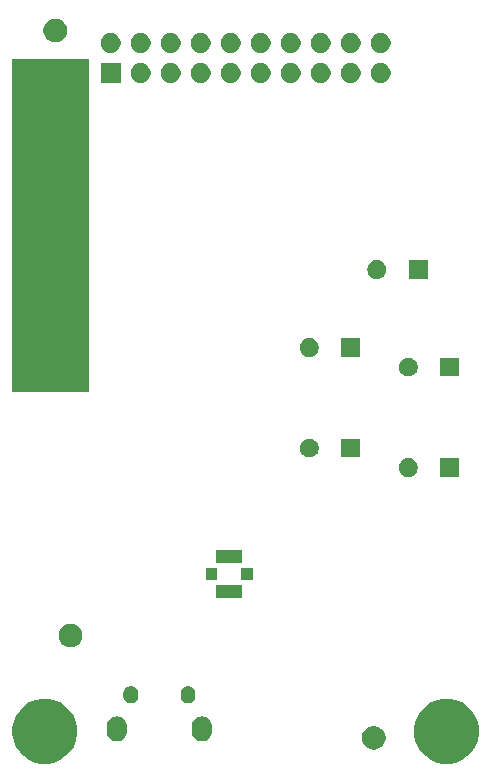
<source format=gbs>
G04 #@! TF.GenerationSoftware,KiCad,Pcbnew,(5.1.5)-3*
G04 #@! TF.CreationDate,2020-06-30T19:55:35+10:00*
G04 #@! TF.ProjectId,cicada-2g,63696361-6461-42d3-9267-2e6b69636164,0.1*
G04 #@! TF.SameCoordinates,PX7cee6c0PY3dfd240*
G04 #@! TF.FileFunction,Soldermask,Bot*
G04 #@! TF.FilePolarity,Negative*
%FSLAX46Y46*%
G04 Gerber Fmt 4.6, Leading zero omitted, Abs format (unit mm)*
G04 Created by KiCad (PCBNEW (5.1.5)-3) date 2020-06-30 19:55:35*
%MOMM*%
%LPD*%
G04 APERTURE LIST*
%ADD10C,0.100000*%
G04 APERTURE END LIST*
D10*
G36*
X17802144Y-54355680D02*
G01*
X18302612Y-54562981D01*
X18753022Y-54863935D01*
X19136065Y-55246978D01*
X19437019Y-55697388D01*
X19644320Y-56197856D01*
X19750000Y-56729147D01*
X19750000Y-57270853D01*
X19644320Y-57802144D01*
X19437019Y-58302612D01*
X19136065Y-58753022D01*
X18753022Y-59136065D01*
X18302612Y-59437019D01*
X17802144Y-59644320D01*
X17270853Y-59750000D01*
X16729147Y-59750000D01*
X16197856Y-59644320D01*
X15697388Y-59437019D01*
X15246978Y-59136065D01*
X14863935Y-58753022D01*
X14562981Y-58302612D01*
X14355680Y-57802144D01*
X14250000Y-57270853D01*
X14250000Y-56729147D01*
X14355680Y-56197856D01*
X14562981Y-55697388D01*
X14863935Y-55246978D01*
X15246978Y-54863935D01*
X15697388Y-54562981D01*
X16197856Y-54355680D01*
X16729147Y-54250000D01*
X17270853Y-54250000D01*
X17802144Y-54355680D01*
G37*
G36*
X-16197856Y-54355680D02*
G01*
X-15697388Y-54562981D01*
X-15246978Y-54863935D01*
X-14863935Y-55246978D01*
X-14562981Y-55697388D01*
X-14355680Y-56197856D01*
X-14250000Y-56729147D01*
X-14250000Y-57270853D01*
X-14355680Y-57802144D01*
X-14562981Y-58302612D01*
X-14863935Y-58753022D01*
X-15246978Y-59136065D01*
X-15697388Y-59437019D01*
X-16197856Y-59644320D01*
X-16729147Y-59750000D01*
X-17270853Y-59750000D01*
X-17802144Y-59644320D01*
X-18302612Y-59437019D01*
X-18753022Y-59136065D01*
X-19136065Y-58753022D01*
X-19437019Y-58302612D01*
X-19644320Y-57802144D01*
X-19750000Y-57270853D01*
X-19750000Y-56729147D01*
X-19644320Y-56197856D01*
X-19437019Y-55697388D01*
X-19136065Y-55246978D01*
X-18753022Y-54863935D01*
X-18302612Y-54562981D01*
X-17802144Y-54355680D01*
X-17270853Y-54250000D01*
X-16729147Y-54250000D01*
X-16197856Y-54355680D01*
G37*
G36*
X11077290Y-56585619D02*
G01*
X11141689Y-56598429D01*
X11323678Y-56673811D01*
X11487463Y-56783249D01*
X11626751Y-56922537D01*
X11736189Y-57086322D01*
X11811571Y-57268311D01*
X11821747Y-57319469D01*
X11850000Y-57461507D01*
X11850000Y-57658493D01*
X11824381Y-57787290D01*
X11811571Y-57851689D01*
X11736189Y-58033678D01*
X11626751Y-58197463D01*
X11487463Y-58336751D01*
X11323678Y-58446189D01*
X11141689Y-58521571D01*
X11077290Y-58534381D01*
X10948493Y-58560000D01*
X10751507Y-58560000D01*
X10622710Y-58534381D01*
X10558311Y-58521571D01*
X10376322Y-58446189D01*
X10212537Y-58336751D01*
X10073249Y-58197463D01*
X9963811Y-58033678D01*
X9888429Y-57851689D01*
X9875619Y-57787290D01*
X9850000Y-57658493D01*
X9850000Y-57461507D01*
X9878253Y-57319469D01*
X9888429Y-57268311D01*
X9963811Y-57086322D01*
X10073249Y-56922537D01*
X10212537Y-56783249D01*
X10376322Y-56673811D01*
X10558311Y-56598429D01*
X10622710Y-56585619D01*
X10751507Y-56560000D01*
X10948493Y-56560000D01*
X11077290Y-56585619D01*
G37*
G36*
X-3531020Y-55762473D02*
G01*
X-3368532Y-55811763D01*
X-3368529Y-55811764D01*
X-3218782Y-55891805D01*
X-3087525Y-55999525D01*
X-2979805Y-56130782D01*
X-2899764Y-56280529D01*
X-2850473Y-56443020D01*
X-2838951Y-56560000D01*
X-2838000Y-56569661D01*
X-2838000Y-57030338D01*
X-2850473Y-57156981D01*
X-2884245Y-57268312D01*
X-2899764Y-57319472D01*
X-2979805Y-57469218D01*
X-3087525Y-57600475D01*
X-3218782Y-57708195D01*
X-3368529Y-57788236D01*
X-3368531Y-57788237D01*
X-3531019Y-57837527D01*
X-3700000Y-57854170D01*
X-3868980Y-57837527D01*
X-4031468Y-57788237D01*
X-4031470Y-57788236D01*
X-4181217Y-57708195D01*
X-4312474Y-57600475D01*
X-4420195Y-57469217D01*
X-4500236Y-57319471D01*
X-4515755Y-57268311D01*
X-4549527Y-57156981D01*
X-4562000Y-57030339D01*
X-4562000Y-56569662D01*
X-4561048Y-56560000D01*
X-4549527Y-56443021D01*
X-4549526Y-56443019D01*
X-4500237Y-56280532D01*
X-4500236Y-56280529D01*
X-4420195Y-56130782D01*
X-4312475Y-55999525D01*
X-4181218Y-55891805D01*
X-4031471Y-55811764D01*
X-4031469Y-55811763D01*
X-3868981Y-55762473D01*
X-3700000Y-55745830D01*
X-3531020Y-55762473D01*
G37*
G36*
X-10731020Y-55762473D02*
G01*
X-10568532Y-55811763D01*
X-10568529Y-55811764D01*
X-10418782Y-55891805D01*
X-10287525Y-55999525D01*
X-10179805Y-56130782D01*
X-10099764Y-56280529D01*
X-10050473Y-56443020D01*
X-10038951Y-56560000D01*
X-10038000Y-56569661D01*
X-10038000Y-57030338D01*
X-10050473Y-57156981D01*
X-10084245Y-57268312D01*
X-10099764Y-57319472D01*
X-10179805Y-57469218D01*
X-10287525Y-57600475D01*
X-10418782Y-57708195D01*
X-10568529Y-57788236D01*
X-10568531Y-57788237D01*
X-10731019Y-57837527D01*
X-10900000Y-57854170D01*
X-11068980Y-57837527D01*
X-11231468Y-57788237D01*
X-11231470Y-57788236D01*
X-11381217Y-57708195D01*
X-11512474Y-57600475D01*
X-11620195Y-57469217D01*
X-11700236Y-57319471D01*
X-11715755Y-57268311D01*
X-11749527Y-57156981D01*
X-11762000Y-57030339D01*
X-11762000Y-56569662D01*
X-11761048Y-56560000D01*
X-11749527Y-56443021D01*
X-11749526Y-56443019D01*
X-11700237Y-56280532D01*
X-11700236Y-56280529D01*
X-11620195Y-56130782D01*
X-11512475Y-55999525D01*
X-11381218Y-55891805D01*
X-11231471Y-55811764D01*
X-11231469Y-55811763D01*
X-11068981Y-55762473D01*
X-10900000Y-55745830D01*
X-10731020Y-55762473D01*
G37*
G36*
X-4752480Y-53184043D02*
G01*
X-4634667Y-53219781D01*
X-4526090Y-53277817D01*
X-4430920Y-53355920D01*
X-4352817Y-53451089D01*
X-4294781Y-53559666D01*
X-4259043Y-53677479D01*
X-4250000Y-53769296D01*
X-4250000Y-54030703D01*
X-4259043Y-54122520D01*
X-4294781Y-54240333D01*
X-4352817Y-54348911D01*
X-4430920Y-54444080D01*
X-4526089Y-54522183D01*
X-4634666Y-54580219D01*
X-4752479Y-54615957D01*
X-4875000Y-54628024D01*
X-4997520Y-54615957D01*
X-5115333Y-54580219D01*
X-5223910Y-54522183D01*
X-5319079Y-54444080D01*
X-5397182Y-54348911D01*
X-5455219Y-54240334D01*
X-5490957Y-54122521D01*
X-5500000Y-54030704D01*
X-5500000Y-53769297D01*
X-5490957Y-53677480D01*
X-5455219Y-53559667D01*
X-5397183Y-53451090D01*
X-5319080Y-53355920D01*
X-5223911Y-53277817D01*
X-5115334Y-53219781D01*
X-4997521Y-53184043D01*
X-4875000Y-53171976D01*
X-4752480Y-53184043D01*
G37*
G36*
X-9602480Y-53184043D02*
G01*
X-9484667Y-53219781D01*
X-9376090Y-53277817D01*
X-9280920Y-53355920D01*
X-9202817Y-53451089D01*
X-9144781Y-53559666D01*
X-9109043Y-53677479D01*
X-9100000Y-53769296D01*
X-9100000Y-54030703D01*
X-9109043Y-54122520D01*
X-9144781Y-54240333D01*
X-9202817Y-54348911D01*
X-9280920Y-54444080D01*
X-9376089Y-54522183D01*
X-9484666Y-54580219D01*
X-9602479Y-54615957D01*
X-9725000Y-54628024D01*
X-9847520Y-54615957D01*
X-9965333Y-54580219D01*
X-10073910Y-54522183D01*
X-10169079Y-54444080D01*
X-10247182Y-54348911D01*
X-10305219Y-54240334D01*
X-10340957Y-54122521D01*
X-10350000Y-54030704D01*
X-10350000Y-53769297D01*
X-10340957Y-53677480D01*
X-10305219Y-53559667D01*
X-10247183Y-53451090D01*
X-10169080Y-53355920D01*
X-10073911Y-53277817D01*
X-9965334Y-53219781D01*
X-9847521Y-53184043D01*
X-9725000Y-53171976D01*
X-9602480Y-53184043D01*
G37*
G36*
X-14592710Y-47905619D02*
G01*
X-14528311Y-47918429D01*
X-14346322Y-47993811D01*
X-14182537Y-48103249D01*
X-14043249Y-48242537D01*
X-13933811Y-48406322D01*
X-13858429Y-48588311D01*
X-13820000Y-48781509D01*
X-13820000Y-48978491D01*
X-13858429Y-49171689D01*
X-13933811Y-49353678D01*
X-14043249Y-49517463D01*
X-14182537Y-49656751D01*
X-14346322Y-49766189D01*
X-14528311Y-49841571D01*
X-14592710Y-49854381D01*
X-14721507Y-49880000D01*
X-14918493Y-49880000D01*
X-15047290Y-49854381D01*
X-15111689Y-49841571D01*
X-15293678Y-49766189D01*
X-15457463Y-49656751D01*
X-15596751Y-49517463D01*
X-15706189Y-49353678D01*
X-15781571Y-49171689D01*
X-15820000Y-48978491D01*
X-15820000Y-48781509D01*
X-15781571Y-48588311D01*
X-15706189Y-48406322D01*
X-15596751Y-48242537D01*
X-15457463Y-48103249D01*
X-15293678Y-47993811D01*
X-15111689Y-47918429D01*
X-15047290Y-47905619D01*
X-14918493Y-47880000D01*
X-14721507Y-47880000D01*
X-14592710Y-47905619D01*
G37*
G36*
X-290000Y-45690000D02*
G01*
X-2490000Y-45690000D01*
X-2490000Y-44640000D01*
X-290000Y-44640000D01*
X-290000Y-45690000D01*
G37*
G36*
X-2390000Y-44190000D02*
G01*
X-3390000Y-44190000D01*
X-3390000Y-43190000D01*
X-2390000Y-43190000D01*
X-2390000Y-44190000D01*
G37*
G36*
X610000Y-44190000D02*
G01*
X-390000Y-44190000D01*
X-390000Y-43190000D01*
X610000Y-43190000D01*
X610000Y-44190000D01*
G37*
G36*
X-290000Y-42740000D02*
G01*
X-2490000Y-42740000D01*
X-2490000Y-41690000D01*
X-290000Y-41690000D01*
X-290000Y-42740000D01*
G37*
G36*
X14005351Y-33901743D02*
G01*
X14150941Y-33962048D01*
X14281970Y-34049599D01*
X14393401Y-34161030D01*
X14480952Y-34292059D01*
X14541257Y-34437649D01*
X14572000Y-34592206D01*
X14572000Y-34749794D01*
X14541257Y-34904351D01*
X14480952Y-35049941D01*
X14393401Y-35180970D01*
X14281970Y-35292401D01*
X14150941Y-35379952D01*
X14005351Y-35440257D01*
X13850794Y-35471000D01*
X13693206Y-35471000D01*
X13538649Y-35440257D01*
X13393059Y-35379952D01*
X13262030Y-35292401D01*
X13150599Y-35180970D01*
X13063048Y-35049941D01*
X13002743Y-34904351D01*
X12972000Y-34749794D01*
X12972000Y-34592206D01*
X13002743Y-34437649D01*
X13063048Y-34292059D01*
X13150599Y-34161030D01*
X13262030Y-34049599D01*
X13393059Y-33962048D01*
X13538649Y-33901743D01*
X13693206Y-33871000D01*
X13850794Y-33871000D01*
X14005351Y-33901743D01*
G37*
G36*
X18072000Y-35471000D02*
G01*
X16472000Y-35471000D01*
X16472000Y-33871000D01*
X18072000Y-33871000D01*
X18072000Y-35471000D01*
G37*
G36*
X5623351Y-32250743D02*
G01*
X5768941Y-32311048D01*
X5899970Y-32398599D01*
X6011401Y-32510030D01*
X6098952Y-32641059D01*
X6159257Y-32786649D01*
X6190000Y-32941206D01*
X6190000Y-33098794D01*
X6159257Y-33253351D01*
X6098952Y-33398941D01*
X6011401Y-33529970D01*
X5899970Y-33641401D01*
X5768941Y-33728952D01*
X5623351Y-33789257D01*
X5468794Y-33820000D01*
X5311206Y-33820000D01*
X5156649Y-33789257D01*
X5011059Y-33728952D01*
X4880030Y-33641401D01*
X4768599Y-33529970D01*
X4681048Y-33398941D01*
X4620743Y-33253351D01*
X4590000Y-33098794D01*
X4590000Y-32941206D01*
X4620743Y-32786649D01*
X4681048Y-32641059D01*
X4768599Y-32510030D01*
X4880030Y-32398599D01*
X5011059Y-32311048D01*
X5156649Y-32250743D01*
X5311206Y-32220000D01*
X5468794Y-32220000D01*
X5623351Y-32250743D01*
G37*
G36*
X9690000Y-33820000D02*
G01*
X8090000Y-33820000D01*
X8090000Y-32220000D01*
X9690000Y-32220000D01*
X9690000Y-33820000D01*
G37*
G36*
X-13250000Y-28240000D02*
G01*
X-19750000Y-28240000D01*
X-19750000Y-40000D01*
X-13250000Y-40000D01*
X-13250000Y-28240000D01*
G37*
G36*
X18072000Y-26962000D02*
G01*
X16472000Y-26962000D01*
X16472000Y-25362000D01*
X18072000Y-25362000D01*
X18072000Y-26962000D01*
G37*
G36*
X14005351Y-25392743D02*
G01*
X14150941Y-25453048D01*
X14281970Y-25540599D01*
X14393401Y-25652030D01*
X14480952Y-25783059D01*
X14541257Y-25928649D01*
X14572000Y-26083206D01*
X14572000Y-26240794D01*
X14541257Y-26395351D01*
X14480952Y-26540941D01*
X14393401Y-26671970D01*
X14281970Y-26783401D01*
X14150941Y-26870952D01*
X14005351Y-26931257D01*
X13850794Y-26962000D01*
X13693206Y-26962000D01*
X13538649Y-26931257D01*
X13393059Y-26870952D01*
X13262030Y-26783401D01*
X13150599Y-26671970D01*
X13063048Y-26540941D01*
X13002743Y-26395351D01*
X12972000Y-26240794D01*
X12972000Y-26083206D01*
X13002743Y-25928649D01*
X13063048Y-25783059D01*
X13150599Y-25652030D01*
X13262030Y-25540599D01*
X13393059Y-25453048D01*
X13538649Y-25392743D01*
X13693206Y-25362000D01*
X13850794Y-25362000D01*
X14005351Y-25392743D01*
G37*
G36*
X9690000Y-25311000D02*
G01*
X8090000Y-25311000D01*
X8090000Y-23711000D01*
X9690000Y-23711000D01*
X9690000Y-25311000D01*
G37*
G36*
X5623351Y-23741743D02*
G01*
X5768941Y-23802048D01*
X5899970Y-23889599D01*
X6011401Y-24001030D01*
X6098952Y-24132059D01*
X6159257Y-24277649D01*
X6190000Y-24432206D01*
X6190000Y-24589794D01*
X6159257Y-24744351D01*
X6098952Y-24889941D01*
X6011401Y-25020970D01*
X5899970Y-25132401D01*
X5768941Y-25219952D01*
X5623351Y-25280257D01*
X5468794Y-25311000D01*
X5311206Y-25311000D01*
X5156649Y-25280257D01*
X5011059Y-25219952D01*
X4880030Y-25132401D01*
X4768599Y-25020970D01*
X4681048Y-24889941D01*
X4620743Y-24744351D01*
X4590000Y-24589794D01*
X4590000Y-24432206D01*
X4620743Y-24277649D01*
X4681048Y-24132059D01*
X4768599Y-24001030D01*
X4880030Y-23889599D01*
X5011059Y-23802048D01*
X5156649Y-23741743D01*
X5311206Y-23711000D01*
X5468794Y-23711000D01*
X5623351Y-23741743D01*
G37*
G36*
X11338351Y-17137743D02*
G01*
X11483941Y-17198048D01*
X11614970Y-17285599D01*
X11726401Y-17397030D01*
X11813952Y-17528059D01*
X11874257Y-17673649D01*
X11905000Y-17828206D01*
X11905000Y-17985794D01*
X11874257Y-18140351D01*
X11813952Y-18285941D01*
X11726401Y-18416970D01*
X11614970Y-18528401D01*
X11483941Y-18615952D01*
X11338351Y-18676257D01*
X11183794Y-18707000D01*
X11026206Y-18707000D01*
X10871649Y-18676257D01*
X10726059Y-18615952D01*
X10595030Y-18528401D01*
X10483599Y-18416970D01*
X10396048Y-18285941D01*
X10335743Y-18140351D01*
X10305000Y-17985794D01*
X10305000Y-17828206D01*
X10335743Y-17673649D01*
X10396048Y-17528059D01*
X10483599Y-17397030D01*
X10595030Y-17285599D01*
X10726059Y-17198048D01*
X10871649Y-17137743D01*
X11026206Y-17107000D01*
X11183794Y-17107000D01*
X11338351Y-17137743D01*
G37*
G36*
X15405000Y-18707000D02*
G01*
X13805000Y-18707000D01*
X13805000Y-17107000D01*
X15405000Y-17107000D01*
X15405000Y-18707000D01*
G37*
G36*
X1517935Y-452664D02*
G01*
X1672624Y-516739D01*
X1672626Y-516740D01*
X1811844Y-609762D01*
X1930238Y-728156D01*
X2023260Y-867374D01*
X2023261Y-867376D01*
X2087336Y-1022065D01*
X2120000Y-1186281D01*
X2120000Y-1353719D01*
X2087336Y-1517935D01*
X2023261Y-1672624D01*
X2023260Y-1672626D01*
X1930238Y-1811844D01*
X1811844Y-1930238D01*
X1672626Y-2023260D01*
X1672625Y-2023261D01*
X1672624Y-2023261D01*
X1517935Y-2087336D01*
X1353719Y-2120000D01*
X1186281Y-2120000D01*
X1022065Y-2087336D01*
X867376Y-2023261D01*
X867375Y-2023261D01*
X867374Y-2023260D01*
X728156Y-1930238D01*
X609762Y-1811844D01*
X516740Y-1672626D01*
X516739Y-1672624D01*
X452664Y-1517935D01*
X420000Y-1353719D01*
X420000Y-1186281D01*
X452664Y-1022065D01*
X516739Y-867376D01*
X516740Y-867374D01*
X609762Y-728156D01*
X728156Y-609762D01*
X867374Y-516740D01*
X867376Y-516739D01*
X1022065Y-452664D01*
X1186281Y-420000D01*
X1353719Y-420000D01*
X1517935Y-452664D01*
G37*
G36*
X11677935Y-452664D02*
G01*
X11832624Y-516739D01*
X11832626Y-516740D01*
X11971844Y-609762D01*
X12090238Y-728156D01*
X12183260Y-867374D01*
X12183261Y-867376D01*
X12247336Y-1022065D01*
X12280000Y-1186281D01*
X12280000Y-1353719D01*
X12247336Y-1517935D01*
X12183261Y-1672624D01*
X12183260Y-1672626D01*
X12090238Y-1811844D01*
X11971844Y-1930238D01*
X11832626Y-2023260D01*
X11832625Y-2023261D01*
X11832624Y-2023261D01*
X11677935Y-2087336D01*
X11513719Y-2120000D01*
X11346281Y-2120000D01*
X11182065Y-2087336D01*
X11027376Y-2023261D01*
X11027375Y-2023261D01*
X11027374Y-2023260D01*
X10888156Y-1930238D01*
X10769762Y-1811844D01*
X10676740Y-1672626D01*
X10676739Y-1672624D01*
X10612664Y-1517935D01*
X10580000Y-1353719D01*
X10580000Y-1186281D01*
X10612664Y-1022065D01*
X10676739Y-867376D01*
X10676740Y-867374D01*
X10769762Y-728156D01*
X10888156Y-609762D01*
X11027374Y-516740D01*
X11027376Y-516739D01*
X11182065Y-452664D01*
X11346281Y-420000D01*
X11513719Y-420000D01*
X11677935Y-452664D01*
G37*
G36*
X9137935Y-452664D02*
G01*
X9292624Y-516739D01*
X9292626Y-516740D01*
X9431844Y-609762D01*
X9550238Y-728156D01*
X9643260Y-867374D01*
X9643261Y-867376D01*
X9707336Y-1022065D01*
X9740000Y-1186281D01*
X9740000Y-1353719D01*
X9707336Y-1517935D01*
X9643261Y-1672624D01*
X9643260Y-1672626D01*
X9550238Y-1811844D01*
X9431844Y-1930238D01*
X9292626Y-2023260D01*
X9292625Y-2023261D01*
X9292624Y-2023261D01*
X9137935Y-2087336D01*
X8973719Y-2120000D01*
X8806281Y-2120000D01*
X8642065Y-2087336D01*
X8487376Y-2023261D01*
X8487375Y-2023261D01*
X8487374Y-2023260D01*
X8348156Y-1930238D01*
X8229762Y-1811844D01*
X8136740Y-1672626D01*
X8136739Y-1672624D01*
X8072664Y-1517935D01*
X8040000Y-1353719D01*
X8040000Y-1186281D01*
X8072664Y-1022065D01*
X8136739Y-867376D01*
X8136740Y-867374D01*
X8229762Y-728156D01*
X8348156Y-609762D01*
X8487374Y-516740D01*
X8487376Y-516739D01*
X8642065Y-452664D01*
X8806281Y-420000D01*
X8973719Y-420000D01*
X9137935Y-452664D01*
G37*
G36*
X6597935Y-452664D02*
G01*
X6752624Y-516739D01*
X6752626Y-516740D01*
X6891844Y-609762D01*
X7010238Y-728156D01*
X7103260Y-867374D01*
X7103261Y-867376D01*
X7167336Y-1022065D01*
X7200000Y-1186281D01*
X7200000Y-1353719D01*
X7167336Y-1517935D01*
X7103261Y-1672624D01*
X7103260Y-1672626D01*
X7010238Y-1811844D01*
X6891844Y-1930238D01*
X6752626Y-2023260D01*
X6752625Y-2023261D01*
X6752624Y-2023261D01*
X6597935Y-2087336D01*
X6433719Y-2120000D01*
X6266281Y-2120000D01*
X6102065Y-2087336D01*
X5947376Y-2023261D01*
X5947375Y-2023261D01*
X5947374Y-2023260D01*
X5808156Y-1930238D01*
X5689762Y-1811844D01*
X5596740Y-1672626D01*
X5596739Y-1672624D01*
X5532664Y-1517935D01*
X5500000Y-1353719D01*
X5500000Y-1186281D01*
X5532664Y-1022065D01*
X5596739Y-867376D01*
X5596740Y-867374D01*
X5689762Y-728156D01*
X5808156Y-609762D01*
X5947374Y-516740D01*
X5947376Y-516739D01*
X6102065Y-452664D01*
X6266281Y-420000D01*
X6433719Y-420000D01*
X6597935Y-452664D01*
G37*
G36*
X4057935Y-452664D02*
G01*
X4212624Y-516739D01*
X4212626Y-516740D01*
X4351844Y-609762D01*
X4470238Y-728156D01*
X4563260Y-867374D01*
X4563261Y-867376D01*
X4627336Y-1022065D01*
X4660000Y-1186281D01*
X4660000Y-1353719D01*
X4627336Y-1517935D01*
X4563261Y-1672624D01*
X4563260Y-1672626D01*
X4470238Y-1811844D01*
X4351844Y-1930238D01*
X4212626Y-2023260D01*
X4212625Y-2023261D01*
X4212624Y-2023261D01*
X4057935Y-2087336D01*
X3893719Y-2120000D01*
X3726281Y-2120000D01*
X3562065Y-2087336D01*
X3407376Y-2023261D01*
X3407375Y-2023261D01*
X3407374Y-2023260D01*
X3268156Y-1930238D01*
X3149762Y-1811844D01*
X3056740Y-1672626D01*
X3056739Y-1672624D01*
X2992664Y-1517935D01*
X2960000Y-1353719D01*
X2960000Y-1186281D01*
X2992664Y-1022065D01*
X3056739Y-867376D01*
X3056740Y-867374D01*
X3149762Y-728156D01*
X3268156Y-609762D01*
X3407374Y-516740D01*
X3407376Y-516739D01*
X3562065Y-452664D01*
X3726281Y-420000D01*
X3893719Y-420000D01*
X4057935Y-452664D01*
G37*
G36*
X-10580000Y-2120000D02*
G01*
X-12280000Y-2120000D01*
X-12280000Y-420000D01*
X-10580000Y-420000D01*
X-10580000Y-2120000D01*
G37*
G36*
X-8642065Y-452664D02*
G01*
X-8487376Y-516739D01*
X-8487374Y-516740D01*
X-8348156Y-609762D01*
X-8229762Y-728156D01*
X-8136740Y-867374D01*
X-8136739Y-867376D01*
X-8072664Y-1022065D01*
X-8040000Y-1186281D01*
X-8040000Y-1353719D01*
X-8072664Y-1517935D01*
X-8136739Y-1672624D01*
X-8136740Y-1672626D01*
X-8229762Y-1811844D01*
X-8348156Y-1930238D01*
X-8487374Y-2023260D01*
X-8487375Y-2023261D01*
X-8487376Y-2023261D01*
X-8642065Y-2087336D01*
X-8806281Y-2120000D01*
X-8973719Y-2120000D01*
X-9137935Y-2087336D01*
X-9292624Y-2023261D01*
X-9292625Y-2023261D01*
X-9292626Y-2023260D01*
X-9431844Y-1930238D01*
X-9550238Y-1811844D01*
X-9643260Y-1672626D01*
X-9643261Y-1672624D01*
X-9707336Y-1517935D01*
X-9740000Y-1353719D01*
X-9740000Y-1186281D01*
X-9707336Y-1022065D01*
X-9643261Y-867376D01*
X-9643260Y-867374D01*
X-9550238Y-728156D01*
X-9431844Y-609762D01*
X-9292626Y-516740D01*
X-9292624Y-516739D01*
X-9137935Y-452664D01*
X-8973719Y-420000D01*
X-8806281Y-420000D01*
X-8642065Y-452664D01*
G37*
G36*
X-6102065Y-452664D02*
G01*
X-5947376Y-516739D01*
X-5947374Y-516740D01*
X-5808156Y-609762D01*
X-5689762Y-728156D01*
X-5596740Y-867374D01*
X-5596739Y-867376D01*
X-5532664Y-1022065D01*
X-5500000Y-1186281D01*
X-5500000Y-1353719D01*
X-5532664Y-1517935D01*
X-5596739Y-1672624D01*
X-5596740Y-1672626D01*
X-5689762Y-1811844D01*
X-5808156Y-1930238D01*
X-5947374Y-2023260D01*
X-5947375Y-2023261D01*
X-5947376Y-2023261D01*
X-6102065Y-2087336D01*
X-6266281Y-2120000D01*
X-6433719Y-2120000D01*
X-6597935Y-2087336D01*
X-6752624Y-2023261D01*
X-6752625Y-2023261D01*
X-6752626Y-2023260D01*
X-6891844Y-1930238D01*
X-7010238Y-1811844D01*
X-7103260Y-1672626D01*
X-7103261Y-1672624D01*
X-7167336Y-1517935D01*
X-7200000Y-1353719D01*
X-7200000Y-1186281D01*
X-7167336Y-1022065D01*
X-7103261Y-867376D01*
X-7103260Y-867374D01*
X-7010238Y-728156D01*
X-6891844Y-609762D01*
X-6752626Y-516740D01*
X-6752624Y-516739D01*
X-6597935Y-452664D01*
X-6433719Y-420000D01*
X-6266281Y-420000D01*
X-6102065Y-452664D01*
G37*
G36*
X-3562065Y-452664D02*
G01*
X-3407376Y-516739D01*
X-3407374Y-516740D01*
X-3268156Y-609762D01*
X-3149762Y-728156D01*
X-3056740Y-867374D01*
X-3056739Y-867376D01*
X-2992664Y-1022065D01*
X-2960000Y-1186281D01*
X-2960000Y-1353719D01*
X-2992664Y-1517935D01*
X-3056739Y-1672624D01*
X-3056740Y-1672626D01*
X-3149762Y-1811844D01*
X-3268156Y-1930238D01*
X-3407374Y-2023260D01*
X-3407375Y-2023261D01*
X-3407376Y-2023261D01*
X-3562065Y-2087336D01*
X-3726281Y-2120000D01*
X-3893719Y-2120000D01*
X-4057935Y-2087336D01*
X-4212624Y-2023261D01*
X-4212625Y-2023261D01*
X-4212626Y-2023260D01*
X-4351844Y-1930238D01*
X-4470238Y-1811844D01*
X-4563260Y-1672626D01*
X-4563261Y-1672624D01*
X-4627336Y-1517935D01*
X-4660000Y-1353719D01*
X-4660000Y-1186281D01*
X-4627336Y-1022065D01*
X-4563261Y-867376D01*
X-4563260Y-867374D01*
X-4470238Y-728156D01*
X-4351844Y-609762D01*
X-4212626Y-516740D01*
X-4212624Y-516739D01*
X-4057935Y-452664D01*
X-3893719Y-420000D01*
X-3726281Y-420000D01*
X-3562065Y-452664D01*
G37*
G36*
X-1022065Y-452664D02*
G01*
X-867376Y-516739D01*
X-867374Y-516740D01*
X-728156Y-609762D01*
X-609762Y-728156D01*
X-516740Y-867374D01*
X-516739Y-867376D01*
X-452664Y-1022065D01*
X-420000Y-1186281D01*
X-420000Y-1353719D01*
X-452664Y-1517935D01*
X-516739Y-1672624D01*
X-516740Y-1672626D01*
X-609762Y-1811844D01*
X-728156Y-1930238D01*
X-867374Y-2023260D01*
X-867375Y-2023261D01*
X-867376Y-2023261D01*
X-1022065Y-2087336D01*
X-1186281Y-2120000D01*
X-1353719Y-2120000D01*
X-1517935Y-2087336D01*
X-1672624Y-2023261D01*
X-1672625Y-2023261D01*
X-1672626Y-2023260D01*
X-1811844Y-1930238D01*
X-1930238Y-1811844D01*
X-2023260Y-1672626D01*
X-2023261Y-1672624D01*
X-2087336Y-1517935D01*
X-2120000Y-1353719D01*
X-2120000Y-1186281D01*
X-2087336Y-1022065D01*
X-2023261Y-867376D01*
X-2023260Y-867374D01*
X-1930238Y-728156D01*
X-1811844Y-609762D01*
X-1672626Y-516740D01*
X-1672624Y-516739D01*
X-1517935Y-452664D01*
X-1353719Y-420000D01*
X-1186281Y-420000D01*
X-1022065Y-452664D01*
G37*
G36*
X1517935Y2087336D02*
G01*
X1660432Y2028311D01*
X1672626Y2023260D01*
X1811844Y1930238D01*
X1930238Y1811844D01*
X2023260Y1672626D01*
X2023261Y1672624D01*
X2087336Y1517935D01*
X2120000Y1353719D01*
X2120000Y1186281D01*
X2087336Y1022065D01*
X2023261Y867376D01*
X2023260Y867374D01*
X1930238Y728156D01*
X1811844Y609762D01*
X1672626Y516740D01*
X1672625Y516739D01*
X1672624Y516739D01*
X1517935Y452664D01*
X1353719Y420000D01*
X1186281Y420000D01*
X1022065Y452664D01*
X867376Y516739D01*
X867375Y516739D01*
X867374Y516740D01*
X728156Y609762D01*
X609762Y728156D01*
X516740Y867374D01*
X516739Y867376D01*
X452664Y1022065D01*
X420000Y1186281D01*
X420000Y1353719D01*
X452664Y1517935D01*
X516739Y1672624D01*
X516740Y1672626D01*
X609762Y1811844D01*
X728156Y1930238D01*
X867374Y2023260D01*
X879568Y2028311D01*
X1022065Y2087336D01*
X1186281Y2120000D01*
X1353719Y2120000D01*
X1517935Y2087336D01*
G37*
G36*
X11677935Y2087336D02*
G01*
X11820432Y2028311D01*
X11832626Y2023260D01*
X11971844Y1930238D01*
X12090238Y1811844D01*
X12183260Y1672626D01*
X12183261Y1672624D01*
X12247336Y1517935D01*
X12280000Y1353719D01*
X12280000Y1186281D01*
X12247336Y1022065D01*
X12183261Y867376D01*
X12183260Y867374D01*
X12090238Y728156D01*
X11971844Y609762D01*
X11832626Y516740D01*
X11832625Y516739D01*
X11832624Y516739D01*
X11677935Y452664D01*
X11513719Y420000D01*
X11346281Y420000D01*
X11182065Y452664D01*
X11027376Y516739D01*
X11027375Y516739D01*
X11027374Y516740D01*
X10888156Y609762D01*
X10769762Y728156D01*
X10676740Y867374D01*
X10676739Y867376D01*
X10612664Y1022065D01*
X10580000Y1186281D01*
X10580000Y1353719D01*
X10612664Y1517935D01*
X10676739Y1672624D01*
X10676740Y1672626D01*
X10769762Y1811844D01*
X10888156Y1930238D01*
X11027374Y2023260D01*
X11039568Y2028311D01*
X11182065Y2087336D01*
X11346281Y2120000D01*
X11513719Y2120000D01*
X11677935Y2087336D01*
G37*
G36*
X-11182065Y2087336D02*
G01*
X-11039568Y2028311D01*
X-11027374Y2023260D01*
X-10888156Y1930238D01*
X-10769762Y1811844D01*
X-10676740Y1672626D01*
X-10676739Y1672624D01*
X-10612664Y1517935D01*
X-10580000Y1353719D01*
X-10580000Y1186281D01*
X-10612664Y1022065D01*
X-10676739Y867376D01*
X-10676740Y867374D01*
X-10769762Y728156D01*
X-10888156Y609762D01*
X-11027374Y516740D01*
X-11027375Y516739D01*
X-11027376Y516739D01*
X-11182065Y452664D01*
X-11346281Y420000D01*
X-11513719Y420000D01*
X-11677935Y452664D01*
X-11832624Y516739D01*
X-11832625Y516739D01*
X-11832626Y516740D01*
X-11971844Y609762D01*
X-12090238Y728156D01*
X-12183260Y867374D01*
X-12183261Y867376D01*
X-12247336Y1022065D01*
X-12280000Y1186281D01*
X-12280000Y1353719D01*
X-12247336Y1517935D01*
X-12183261Y1672624D01*
X-12183260Y1672626D01*
X-12090238Y1811844D01*
X-11971844Y1930238D01*
X-11832626Y2023260D01*
X-11820432Y2028311D01*
X-11677935Y2087336D01*
X-11513719Y2120000D01*
X-11346281Y2120000D01*
X-11182065Y2087336D01*
G37*
G36*
X-8642065Y2087336D02*
G01*
X-8499568Y2028311D01*
X-8487374Y2023260D01*
X-8348156Y1930238D01*
X-8229762Y1811844D01*
X-8136740Y1672626D01*
X-8136739Y1672624D01*
X-8072664Y1517935D01*
X-8040000Y1353719D01*
X-8040000Y1186281D01*
X-8072664Y1022065D01*
X-8136739Y867376D01*
X-8136740Y867374D01*
X-8229762Y728156D01*
X-8348156Y609762D01*
X-8487374Y516740D01*
X-8487375Y516739D01*
X-8487376Y516739D01*
X-8642065Y452664D01*
X-8806281Y420000D01*
X-8973719Y420000D01*
X-9137935Y452664D01*
X-9292624Y516739D01*
X-9292625Y516739D01*
X-9292626Y516740D01*
X-9431844Y609762D01*
X-9550238Y728156D01*
X-9643260Y867374D01*
X-9643261Y867376D01*
X-9707336Y1022065D01*
X-9740000Y1186281D01*
X-9740000Y1353719D01*
X-9707336Y1517935D01*
X-9643261Y1672624D01*
X-9643260Y1672626D01*
X-9550238Y1811844D01*
X-9431844Y1930238D01*
X-9292626Y2023260D01*
X-9280432Y2028311D01*
X-9137935Y2087336D01*
X-8973719Y2120000D01*
X-8806281Y2120000D01*
X-8642065Y2087336D01*
G37*
G36*
X-6102065Y2087336D02*
G01*
X-5959568Y2028311D01*
X-5947374Y2023260D01*
X-5808156Y1930238D01*
X-5689762Y1811844D01*
X-5596740Y1672626D01*
X-5596739Y1672624D01*
X-5532664Y1517935D01*
X-5500000Y1353719D01*
X-5500000Y1186281D01*
X-5532664Y1022065D01*
X-5596739Y867376D01*
X-5596740Y867374D01*
X-5689762Y728156D01*
X-5808156Y609762D01*
X-5947374Y516740D01*
X-5947375Y516739D01*
X-5947376Y516739D01*
X-6102065Y452664D01*
X-6266281Y420000D01*
X-6433719Y420000D01*
X-6597935Y452664D01*
X-6752624Y516739D01*
X-6752625Y516739D01*
X-6752626Y516740D01*
X-6891844Y609762D01*
X-7010238Y728156D01*
X-7103260Y867374D01*
X-7103261Y867376D01*
X-7167336Y1022065D01*
X-7200000Y1186281D01*
X-7200000Y1353719D01*
X-7167336Y1517935D01*
X-7103261Y1672624D01*
X-7103260Y1672626D01*
X-7010238Y1811844D01*
X-6891844Y1930238D01*
X-6752626Y2023260D01*
X-6740432Y2028311D01*
X-6597935Y2087336D01*
X-6433719Y2120000D01*
X-6266281Y2120000D01*
X-6102065Y2087336D01*
G37*
G36*
X-3562065Y2087336D02*
G01*
X-3419568Y2028311D01*
X-3407374Y2023260D01*
X-3268156Y1930238D01*
X-3149762Y1811844D01*
X-3056740Y1672626D01*
X-3056739Y1672624D01*
X-2992664Y1517935D01*
X-2960000Y1353719D01*
X-2960000Y1186281D01*
X-2992664Y1022065D01*
X-3056739Y867376D01*
X-3056740Y867374D01*
X-3149762Y728156D01*
X-3268156Y609762D01*
X-3407374Y516740D01*
X-3407375Y516739D01*
X-3407376Y516739D01*
X-3562065Y452664D01*
X-3726281Y420000D01*
X-3893719Y420000D01*
X-4057935Y452664D01*
X-4212624Y516739D01*
X-4212625Y516739D01*
X-4212626Y516740D01*
X-4351844Y609762D01*
X-4470238Y728156D01*
X-4563260Y867374D01*
X-4563261Y867376D01*
X-4627336Y1022065D01*
X-4660000Y1186281D01*
X-4660000Y1353719D01*
X-4627336Y1517935D01*
X-4563261Y1672624D01*
X-4563260Y1672626D01*
X-4470238Y1811844D01*
X-4351844Y1930238D01*
X-4212626Y2023260D01*
X-4200432Y2028311D01*
X-4057935Y2087336D01*
X-3893719Y2120000D01*
X-3726281Y2120000D01*
X-3562065Y2087336D01*
G37*
G36*
X-1022065Y2087336D02*
G01*
X-879568Y2028311D01*
X-867374Y2023260D01*
X-728156Y1930238D01*
X-609762Y1811844D01*
X-516740Y1672626D01*
X-516739Y1672624D01*
X-452664Y1517935D01*
X-420000Y1353719D01*
X-420000Y1186281D01*
X-452664Y1022065D01*
X-516739Y867376D01*
X-516740Y867374D01*
X-609762Y728156D01*
X-728156Y609762D01*
X-867374Y516740D01*
X-867375Y516739D01*
X-867376Y516739D01*
X-1022065Y452664D01*
X-1186281Y420000D01*
X-1353719Y420000D01*
X-1517935Y452664D01*
X-1672624Y516739D01*
X-1672625Y516739D01*
X-1672626Y516740D01*
X-1811844Y609762D01*
X-1930238Y728156D01*
X-2023260Y867374D01*
X-2023261Y867376D01*
X-2087336Y1022065D01*
X-2120000Y1186281D01*
X-2120000Y1353719D01*
X-2087336Y1517935D01*
X-2023261Y1672624D01*
X-2023260Y1672626D01*
X-1930238Y1811844D01*
X-1811844Y1930238D01*
X-1672626Y2023260D01*
X-1660432Y2028311D01*
X-1517935Y2087336D01*
X-1353719Y2120000D01*
X-1186281Y2120000D01*
X-1022065Y2087336D01*
G37*
G36*
X4057935Y2087336D02*
G01*
X4200432Y2028311D01*
X4212626Y2023260D01*
X4351844Y1930238D01*
X4470238Y1811844D01*
X4563260Y1672626D01*
X4563261Y1672624D01*
X4627336Y1517935D01*
X4660000Y1353719D01*
X4660000Y1186281D01*
X4627336Y1022065D01*
X4563261Y867376D01*
X4563260Y867374D01*
X4470238Y728156D01*
X4351844Y609762D01*
X4212626Y516740D01*
X4212625Y516739D01*
X4212624Y516739D01*
X4057935Y452664D01*
X3893719Y420000D01*
X3726281Y420000D01*
X3562065Y452664D01*
X3407376Y516739D01*
X3407375Y516739D01*
X3407374Y516740D01*
X3268156Y609762D01*
X3149762Y728156D01*
X3056740Y867374D01*
X3056739Y867376D01*
X2992664Y1022065D01*
X2960000Y1186281D01*
X2960000Y1353719D01*
X2992664Y1517935D01*
X3056739Y1672624D01*
X3056740Y1672626D01*
X3149762Y1811844D01*
X3268156Y1930238D01*
X3407374Y2023260D01*
X3419568Y2028311D01*
X3562065Y2087336D01*
X3726281Y2120000D01*
X3893719Y2120000D01*
X4057935Y2087336D01*
G37*
G36*
X6597935Y2087336D02*
G01*
X6740432Y2028311D01*
X6752626Y2023260D01*
X6891844Y1930238D01*
X7010238Y1811844D01*
X7103260Y1672626D01*
X7103261Y1672624D01*
X7167336Y1517935D01*
X7200000Y1353719D01*
X7200000Y1186281D01*
X7167336Y1022065D01*
X7103261Y867376D01*
X7103260Y867374D01*
X7010238Y728156D01*
X6891844Y609762D01*
X6752626Y516740D01*
X6752625Y516739D01*
X6752624Y516739D01*
X6597935Y452664D01*
X6433719Y420000D01*
X6266281Y420000D01*
X6102065Y452664D01*
X5947376Y516739D01*
X5947375Y516739D01*
X5947374Y516740D01*
X5808156Y609762D01*
X5689762Y728156D01*
X5596740Y867374D01*
X5596739Y867376D01*
X5532664Y1022065D01*
X5500000Y1186281D01*
X5500000Y1353719D01*
X5532664Y1517935D01*
X5596739Y1672624D01*
X5596740Y1672626D01*
X5689762Y1811844D01*
X5808156Y1930238D01*
X5947374Y2023260D01*
X5959568Y2028311D01*
X6102065Y2087336D01*
X6266281Y2120000D01*
X6433719Y2120000D01*
X6597935Y2087336D01*
G37*
G36*
X9137935Y2087336D02*
G01*
X9280432Y2028311D01*
X9292626Y2023260D01*
X9431844Y1930238D01*
X9550238Y1811844D01*
X9643260Y1672626D01*
X9643261Y1672624D01*
X9707336Y1517935D01*
X9740000Y1353719D01*
X9740000Y1186281D01*
X9707336Y1022065D01*
X9643261Y867376D01*
X9643260Y867374D01*
X9550238Y728156D01*
X9431844Y609762D01*
X9292626Y516740D01*
X9292625Y516739D01*
X9292624Y516739D01*
X9137935Y452664D01*
X8973719Y420000D01*
X8806281Y420000D01*
X8642065Y452664D01*
X8487376Y516739D01*
X8487375Y516739D01*
X8487374Y516740D01*
X8348156Y609762D01*
X8229762Y728156D01*
X8136740Y867374D01*
X8136739Y867376D01*
X8072664Y1022065D01*
X8040000Y1186281D01*
X8040000Y1353719D01*
X8072664Y1517935D01*
X8136739Y1672624D01*
X8136740Y1672626D01*
X8229762Y1811844D01*
X8348156Y1930238D01*
X8487374Y2023260D01*
X8499568Y2028311D01*
X8642065Y2087336D01*
X8806281Y2120000D01*
X8973719Y2120000D01*
X9137935Y2087336D01*
G37*
G36*
X-15892710Y3294381D02*
G01*
X-15828311Y3281571D01*
X-15646322Y3206189D01*
X-15482537Y3096751D01*
X-15343249Y2957463D01*
X-15233811Y2793678D01*
X-15158429Y2611689D01*
X-15120000Y2418491D01*
X-15120000Y2221509D01*
X-15158429Y2028311D01*
X-15233811Y1846322D01*
X-15343249Y1682537D01*
X-15482537Y1543249D01*
X-15646322Y1433811D01*
X-15828311Y1358429D01*
X-15892710Y1345619D01*
X-16021507Y1320000D01*
X-16218493Y1320000D01*
X-16347290Y1345619D01*
X-16411689Y1358429D01*
X-16593678Y1433811D01*
X-16757463Y1543249D01*
X-16896751Y1682537D01*
X-17006189Y1846322D01*
X-17081571Y2028311D01*
X-17120000Y2221509D01*
X-17120000Y2418491D01*
X-17081571Y2611689D01*
X-17006189Y2793678D01*
X-16896751Y2957463D01*
X-16757463Y3096751D01*
X-16593678Y3206189D01*
X-16411689Y3281571D01*
X-16347290Y3294381D01*
X-16218493Y3320000D01*
X-16021507Y3320000D01*
X-15892710Y3294381D01*
G37*
M02*

</source>
